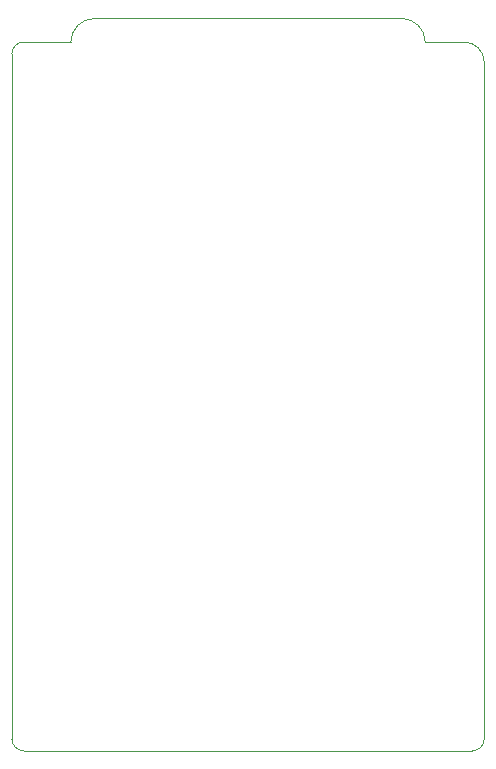
<source format=gko>
G04*
G04 #@! TF.GenerationSoftware,Altium Limited,Altium Designer,20.1.14 (287)*
G04*
G04 Layer_Color=16711935*
%FSLAX43Y43*%
%MOMM*%
G71*
G04*
G04 #@! TF.SameCoordinates,2B19F274-0338-4189-8154-59E22298D11E*
G04*
G04*
G04 #@! TF.FilePolarity,Positive*
G04*
G01*
G75*
%ADD67C,0.000*%
D67*
Y1000D02*
G03*
X1000Y0I1000J0D01*
G01*
X39000D02*
G03*
X40000Y1000I0J1000D01*
G01*
X35000Y60000D02*
G03*
X33000Y62000I-2000J0D01*
G01*
X40000Y58293D02*
G03*
X38293Y60000I-1707J-0D01*
G01*
X1000D02*
G03*
X0Y59000I0J-1000D01*
G01*
X7000Y62000D02*
G03*
X5000Y60000I0J-2000D01*
G01*
X7000Y62000D02*
X33000D01*
X35000Y60000D02*
X38293D01*
X40000Y1000D02*
Y58293D01*
X1000Y0D02*
X39000D01*
X0Y1000D02*
Y59000D01*
X1000Y60000D02*
X5000D01*
M02*

</source>
